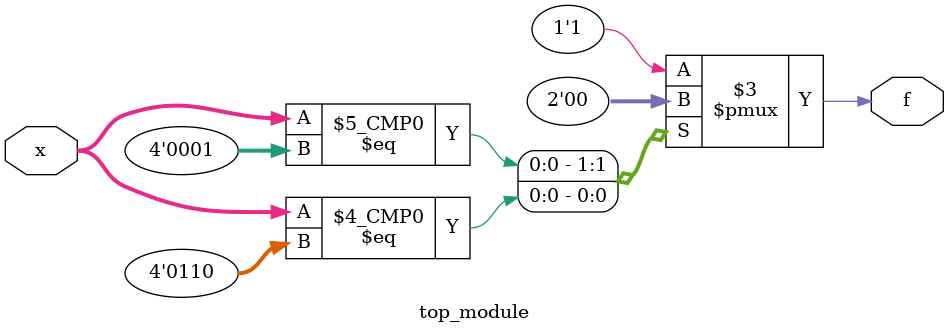
<source format=sv>
module top_module (
	input [4:1] x,
	output logic f
);

    always_comb begin
        case(x)
            4'b0000: f = 1;
            4'b0001: f = 0;
            4'b0110: f = 0;
            default: f = 1;
        endcase
    end

endmodule

</source>
